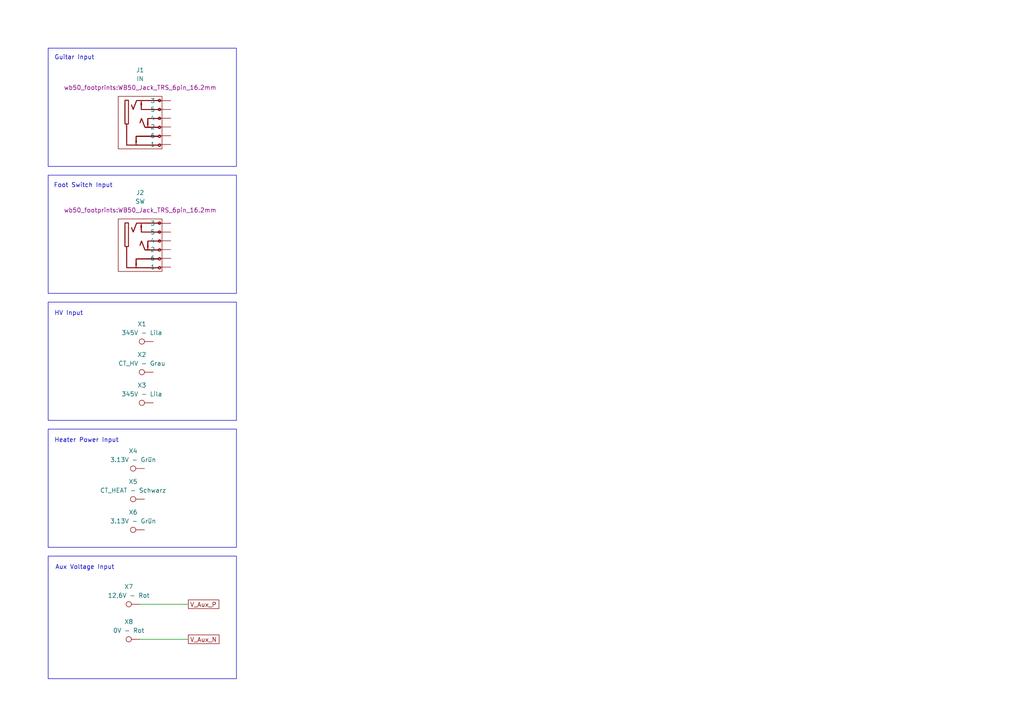
<source format=kicad_sch>
(kicad_sch
	(version 20250114)
	(generator "eeschema")
	(generator_version "9.0")
	(uuid "22222222-2222-4222-8222-222222222222")
	(paper "A4")
	(lib_symbols
		(symbol "Connector:TestPoint"
			(pin_numbers
				(hide yes)
			)
			(pin_names
				(offset 0.762)
				(hide yes)
			)
			(exclude_from_sim no)
			(in_bom yes)
			(on_board yes)
			(property "Reference" "TP"
				(at 0 6.858 0)
				(effects
					(font
						(size 1.27 1.27)
					)
				)
			)
			(property "Value" "TestPoint"
				(at 0 5.08 0)
				(effects
					(font
						(size 1.27 1.27)
					)
				)
			)
			(property "Footprint" ""
				(at 5.08 0 0)
				(effects
					(font
						(size 1.27 1.27)
					)
					(hide yes)
				)
			)
			(property "Datasheet" "~"
				(at 5.08 0 0)
				(effects
					(font
						(size 1.27 1.27)
					)
					(hide yes)
				)
			)
			(property "Description" "test point"
				(at 0 0 0)
				(effects
					(font
						(size 1.27 1.27)
					)
					(hide yes)
				)
			)
			(property "ki_keywords" "test point tp"
				(at 0 0 0)
				(effects
					(font
						(size 1.27 1.27)
					)
					(hide yes)
				)
			)
			(property "ki_fp_filters" "Pin* Test*"
				(at 0 0 0)
				(effects
					(font
						(size 1.27 1.27)
					)
					(hide yes)
				)
			)
			(symbol "TestPoint_0_1"
				(circle
					(center 0 3.302)
					(radius 0.762)
					(stroke
						(width 0)
						(type default)
					)
					(fill
						(type none)
					)
				)
			)
			(symbol "TestPoint_1_1"
				(pin passive line
					(at 0 0 90)
					(length 2.54)
					(name "1"
						(effects
							(font
								(size 1.27 1.27)
							)
						)
					)
					(number "1"
						(effects
							(font
								(size 1.27 1.27)
							)
						)
					)
				)
			)
			(embedded_fonts no)
		)
		(symbol "wb50_symbols:WB50_Jack_TRS_6pin_Switched"
			(pin_numbers
				(hide yes)
			)
			(pin_names
				(offset 1.016)
			)
			(exclude_from_sim no)
			(in_bom yes)
			(on_board yes)
			(property "Reference" "J"
				(at -0.254 12.954 0)
				(effects
					(font
						(size 1.27 1.27)
					)
				)
			)
			(property "Value" "Audio Jack TRS, 6pin (with switches)"
				(at 0.254 -14.224 0)
				(effects
					(font
						(size 1.27 1.27)
					)
				)
			)
			(property "Footprint" "wb50_footprints:WB50_Jack_TRS_6pin_16.2mm"
				(at 0 -17.272 0)
				(effects
					(font
						(size 1.27 1.27)
					)
				)
			)
			(property "Datasheet" ""
				(at 0 0 0)
				(effects
					(font
						(size 1.27 1.27)
					)
				)
			)
			(property "Description" ""
				(at 0 0 0)
				(effects
					(font
						(size 1.27 1.27)
					)
					(hide yes)
				)
			)
			(symbol "WB50_Jack_TRS_6pin_Switched_0_0"
				(polyline
					(pts
						(xy 4.445 -6.985) (xy 4.5824 -6.9221) (xy 4.6026 -6.9094) (xy 4.7245 -6.8007) (xy 4.7817 -6.6661)
						(xy 4.7831 -6.4863) (xy 4.7627 -6.3819) (xy 4.6847 -6.2364) (xy 4.5532 -6.15) (xy 4.3668 -6.1214)
						(xy 4.3127 -6.1224) (xy 4.213 -6.1384) (xy 4.1301 -6.1861) (xy 4.0312 -6.2812) (xy 3.8792 -6.4409)
						(xy 0.7426 -6.4409) (xy 0.5169 -6.4409) (xy -0.0343 -6.4406) (xy -0.5126 -6.44) (xy -0.9229 -6.4389)
						(xy -1.2702 -6.4373) (xy -1.5597 -6.4349) (xy -1.7963 -6.4319) (xy -1.985 -6.4279) (xy -2.131 -6.4231)
						(xy -2.2391 -6.4171) (xy -2.3144 -6.4101) (xy -2.362 -6.4018) (xy -2.3869 -6.3922) (xy -2.3941 -6.3811)
						(xy -2.3941 -6.3802) (xy -2.3869 -6.3169) (xy -2.3684 -6.1931) (xy -2.3411 -6.0264) (xy -2.308 -5.8341)
						(xy -2.3038 -5.8101) (xy -2.2687 -5.5949) (xy -2.2515 -5.4487) (xy -2.2515 -5.3635) (xy -2.268 -5.3314)
						(xy -2.2736 -5.3275) (xy -2.2919 -5.2736) (xy -2.3045 -5.1543) (xy -2.3119 -4.9648) (xy -2.3142 -4.7003)
						(xy -2.3142 -4.0846) (xy 0.8182 -4.0846) (xy 1.0208 -4.0846) (xy 1.5685 -4.0847) (xy 2.0434 -4.0849)
						(xy 2.4507 -4.0855) (xy 2.7956 -4.0865) (xy 3.0835 -4.0881) (xy 3.3194 -4.0904) (xy 3.5088 -4.0937)
						(xy 3.6569 -4.0979) (xy 3.7689 -4.1033) (xy 3.85 -4.1099) (xy 3.9055 -4.118) (xy 3.9407 -4.1276)
						(xy 3.9608 -4.139) (xy 3.9711 -4.1521) (xy 3.9768 -4.1672) (xy 4.0127 -4.2292) (xy 4.1148 -4.3154)
						(xy 4.2497 -4.3791) (xy 4.3892 -4.404) (xy 4.4293 -4.4018) (xy 4.5413 -4.3641) (xy 4.6588 -4.2683)
						(xy 4.7389 -4.1777) (xy 4.7832 -4.0826) (xy 4.7937 -3.9588) (xy 4.7674 -3.7936) (xy 4.679 -3.6489)
						(xy 4.5347 -3.5574) (xy 4.341 -3.5255) (xy 4.3116 -3.5274) (xy 4.1931 -3.5625) (xy 4.0779 -3.629)
						(xy 3.9905 -3.71) (xy 3.9559 -3.7886) (xy 3.9559 -3.789) (xy 3.9461 -3.7993) (xy 3.9146 -3.8083)
						(xy 3.8565 -3.8161) (xy 3.767 -3.8228) (xy 3.6413 -3.8283) (xy 3.4745 -3.8329) (xy 3.2618 -3.8366)
						(xy 2.9982 -3.8395) (xy 2.679 -3.8417) (xy 2.2994 -3.8433) (xy 1.8544 -3.8443) (xy 1.3392 -3.8448)
						(xy 0.749 -3.845) (xy 0.6328 -3.845) (xy 0.0309 -3.8454) (xy -0.4958 -3.8464) (xy -0.9512 -3.8481)
						(xy -1.3394 -3.8505) (xy -1.6643 -3.8537) (xy -1.9298 -3.8578) (xy -2.1399 -3.8628) (xy -2.2987 -3.8687)
						(xy -2.4099 -3.8757) (xy -2.4777 -3.8837) (xy -2.5059 -3.8929) (xy -2.5152 -3.9081) (xy -2.5326 -3.9865)
						(xy -2.5351 -4.0168) (xy 4.1318 -4.0168) (xy 4.1348 -3.9296) (xy 4.1419 -3.9048) (xy 4.2103 -3.7934)
						(xy 4.312 -3.7337) (xy 4.4254 -3.7329) (xy 4.5288 -3.7982) (xy 4.5802 -3.8836) (xy 4.5846 -4.0079)
						(xy 4.515 -4.1246) (xy 4.5051 -4.1342) (xy 4.417 -4.1939) (xy 4.3289 -4.1891) (xy 4.2179 -4.1193)
						(xy 4.1829 -4.0898) (xy 4.1318 -4.0168) (xy -2.5351 -4.0168) (xy -2.5446 -4.1292) (xy -2.5516 -4.3415)
						(xy -2.5538 -4.6284) (xy -2.5547 -4.8263) (xy -2.5594 -5.051) (xy -2.5683 -5.2062) (xy -2.582 -5.2977)
						(xy -2.6009 -5.3317) (xy -2.6101 -5.3446) (xy -2.6163 -5.425) (xy -2.606 -5.5717) (xy -2.5801 -5.7769)
						(xy -2.5395 -6.0326) (xy -2.4851 -6.3311) (xy -2.464 -6.4409) (xy -3.7669 -6.4409) (xy -5.0699 -6.4409)
						(xy -5.0699 -3.4675) (xy -5.0699 -0.4941) (xy -4.8203 -0.4822) (xy -4.5707 -0.4703) (xy -4.5707 3.0442)
						(xy -4.5707 6.5586) (xy -5.1467 6.5697) (xy -5.3073 6.5721) (xy -5.5058 6.5714) (xy -5.6402 6.5645)
						(xy -5.7201 6.5509) (xy -5.7551 6.5298) (xy -5.7588 6.5012) (xy -5.7636 6.3976) (xy -5.7681 6.2245)
						(xy -5.7722 5.9878) (xy -5.776 5.6932) (xy -5.7794 5.3468) (xy -5.7823 4.9544) (xy -5.7847 4.5218)
						(xy -5.7865 4.055) (xy -5.7877 3.5598) (xy -5.7881 3.0422) (xy -5.7881 2.647) (xy -5.7876 2.0554)
						(xy -5.7865 1.5374) (xy -5.7848 1.0893) (xy -5.7823 0.7071) (xy -5.7791 0.3872) (xy -5.775 0.1256)
						(xy -5.7701 -0.0816) (xy -5.7643 -0.2381) (xy -5.7613 -0.2866) (xy -5.5491 -0.2866) (xy -5.5491 3.0461)
						(xy -5.5491 6.3789) (xy -5.1498 6.3789) (xy -4.7504 6.3789) (xy -4.7504 3.0457) (xy -4.7504 -0.2876)
						(xy -5.1498 -0.2871) (xy -5.5491 -0.2866) (xy -5.7613 -0.2866) (xy -5.7575 -0.3478) (xy -5.7497 -0.4146)
						(xy -5.7408 -0.4424) (xy -5.7089 -0.4598) (xy -5.6104 -0.4817) (xy -5.4815 -0.4903) (xy -5.2701 -0.4903)
						(xy -5.2598 -3.5554) (xy -5.25 -6.498) (xy 4.1274 -6.498) (xy 4.1955 -6.401) (xy 4.3025 -6.3359)
						(xy 4.4259 -6.3282) (xy 4.5321 -6.3839) (xy 4.5588 -6.4201) (xy 4.5905 -6.5242) (xy 4.5864 -6.6336)
						(xy 4.545 -6.7107) (xy 4.4488 -6.7682) (xy 4.3291 -6.776) (xy 4.2162 -6.7048) (xy 4.2094 -6.6979)
						(xy 4.1317 -6.5918) (xy 4.1274 -6.498) (xy -5.25 -6.498) (xy -5.2496 -6.6206) (xy -0.6677 -6.6308)
						(xy 3.9141 -6.6409) (xy 3.9775 -6.7636) (xy 4.0589 -6.8657) (xy 4.1682 -6.9416) (xy 4.3147 -6.9895)
						(xy 4.445 -6.985)
					)
					(stroke
						(width 0.01)
						(type default)
					)
					(fill
						(type outline)
					)
				)
				(polyline
					(pts
						(xy 4.5079 -1.7797) (xy 4.6588 -1.6724) (xy 4.7661 -1.5175) (xy 4.798 -1.3434) (xy 4.7512 -1.1577)
						(xy 4.6935 -1.0694) (xy 4.5677 -0.9774) (xy 4.4146 -0.9365) (xy 4.2555 -0.9476) (xy 4.1116 -1.0113)
						(xy 4.0042 -1.1287) (xy 3.9359 -1.2486) (xy 2.4683 -1.2488) (xy 2.1269 -1.2483) (xy 1.7677 -1.2462)
						(xy 1.4819 -1.2421) (xy 1.2659 -1.2361) (xy 1.1161 -1.228) (xy 1.0288 -1.2177) (xy 1.0006 -1.2051)
						(xy 1.0007 -1.2026) (xy 1.0084 -1.1404) (xy 1.0269 -1.0178) (xy 1.0535 -0.8514) (xy 1.0856 -0.6577)
						(xy 1.0871 -0.6488) (xy 1.1227 -0.4218) (xy 1.1406 -0.2657) (xy 1.1414 -0.1737) (xy 1.1256 -0.1392)
						(xy 1.1232 -0.1381) (xy 1.1042 -0.0894) (xy 1.0908 0.0297) (xy 1.083 0.2223) (xy 1.0804 0.4915)
						(xy 1.0804 1.1072) (xy 2.5155 1.1072) (xy 2.5468 1.1072) (xy 2.9173 1.107) (xy 3.2164 1.1063)
						(xy 3.4519 1.1045) (xy 3.6316 1.1013) (xy 3.7632 1.0963) (xy 3.8547 1.0889) (xy 3.9139 1.0789)
						(xy 3.9485 1.0657) (xy 3.9665 1.049) (xy 3.9755 1.0284) (xy 3.9862 1.0016) (xy 4.0716 0.8962)
						(xy 4.1992 0.8182) (xy 4.3388 0.7877) (xy 4.5294 0.8183) (xy 4.6739 0.9097) (xy 4.7637 1.0576)
						(xy 4.7946 1.2575) (xy 4.7934 1.2895) (xy 4.7484 1.4405) (xy 4.6513 1.5536) (xy 4.5188 1.6251)
						(xy 4.3681 1.6517) (xy 4.216 1.6298) (xy 4.0796 1.5559) (xy 3.9758 1.4265) (xy 3.9144 1.3078)
						(xy 2.3876 1.2974) (xy 0.8608 1.2869) (xy 0.8589 1.1673) (xy 4.1265 1.1673) (xy 4.133 1.2618)
						(xy 4.2137 1.3686) (xy 4.2166 1.3715) (xy 4.3147 1.4484) (xy 4.4024 1.4583) (xy 4.5061 1.4045)
						(xy 4.5345 1.3801) (xy 4.5881 1.2758) (xy 4.5844 1.1562) (xy 4.5219 1.0535) (xy 4.4364 1.0021)
						(xy 4.3122 0.9977) (xy 4.1955 1.0673) (xy 4.1931 1.0697) (xy 4.1265 1.1673) (xy 0.8589 1.1673)
						(xy 0.8498 0.5898) (xy 0.8473 0.4608) (xy 0.8391 0.2212) (xy 0.8277 0.0369) (xy 0.8136 -0.0839)
						(xy 0.7975 -0.1329) (xy 0.7872 -0.1537) (xy 0.7848 -0.2483) (xy 0.8019 -0.4183) (xy 0.8384 -0.6647)
						(xy 0.8426 -0.6904) (xy 0.8731 -0.8817) (xy 0.8979 -1.0432) (xy 0.9146 -1.1586) (xy 0.9207 -1.2115)
						(xy 0.9187 -1.2166) (xy 0.8636 -1.234) (xy 0.7391 -1.2422) (xy 0.5534 -1.2406) (xy 0.1862 -1.2291)
						(xy -0.2954 0.0284) (xy -0.3814 0.2522) (xy -0.5059 0.572) (xy -0.6079 0.8259) (xy -0.6905 1.0195)
						(xy -0.7569 1.1585) (xy -0.81 1.2486) (xy -0.8531 1.2955) (xy -0.8892 1.3048) (xy -0.9214 1.2823)
						(xy -0.9529 1.2335) (xy -0.9586 1.2224) (xy -1.0054 1.118) (xy -1.0655 0.9673) (xy -1.1336 0.7852)
						(xy -1.2045 0.587) (xy -1.2731 0.3877) (xy -1.334 0.2026) (xy -1.382 0.0467) (xy -1.4121 -0.0649)
						(xy -1.4188 -0.117) (xy -1.3967 -0.1461) (xy -1.3269 -0.1634) (xy -1.2919 -0.1369) (xy -1.2353 -0.0453)
						(xy -1.1617 0.1152) (xy -1.0692 0.3488) (xy -1.0536 0.3901) (xy -0.9845 0.5728) (xy -0.9265 0.7256)
						(xy -0.8855 0.8338) (xy -0.867 0.8821) (xy -0.8507 0.8605) (xy -0.8108 0.7751) (xy -0.7523 0.6364)
						(xy -0.6797 0.4554) (xy -0.5977 0.2431) (xy -0.5475 0.111) (xy -0.4421 -0.1666) (xy -0.3347 -0.4495)
						(xy -0.2353 -0.711) (xy -0.1542 -0.9246) (xy -0.1408 -0.9598) (xy -0.0673 -1.1427) (xy -0.0001 -1.296)
						(xy 0.0454 -1.3874) (xy 4.1279 -1.3874) (xy 4.129 -1.2995) (xy 4.1955 -1.2091) (xy 4.265 -1.1556)
						(xy 4.3792 -1.1347) (xy 4.5061 -1.1914) (xy 4.5201 -1.2021) (xy 4.5844 -1.2999) (xy 4.5829 -1.4168)
						(xy 4.515 -1.5286) (xy 4.4084 -1.5978) (xy 4.3012 -1.5903) (xy 4.1984 -1.5033) (xy 4.1926 -1.4959)
						(xy 4.1279 -1.3874) (xy 0.0454 -1.3874) (xy 0.0539 -1.4045) (xy 0.0877 -1.4531) (xy 0.1373 -1.46)
						(xy 0.2587 -1.4665) (xy 0.444 -1.4724) (xy 0.6851 -1.4776) (xy 0.9739 -1.4819) (xy 1.3023 -1.4851)
						(xy 1.6625 -1.4873) (xy 2.0462 -1.4881) (xy 2.4325 -1.4883) (xy 2.8073 -1.4887) (xy 3.115 -1.4897)
						(xy 3.3622 -1.4915) (xy 3.5558 -1.4945) (xy 3.7025 -1.4988) (xy 3.809 -1.5049) (xy 3.8822 -1.513)
						(xy 3.9288 -1.5234) (xy 3.9556 -1.5364) (xy 3.9693 -1.5523) (xy 3.9768 -1.5713) (xy 3.9799 -1.5798)
						(xy 4.0374 -1.6575) (xy 4.1292 -1.7309) (xy 4.176 -1.7571) (xy 4.3476 -1.8079) (xy 4.5079 -1.7797)
					)
					(stroke
						(width 0.01)
						(type default)
					)
					(fill
						(type outline)
					)
				)
				(polyline
					(pts
						(xy 4.5971 3.4247) (xy 4.6149 3.4356) (xy 4.7053 3.5351) (xy 4.7699 3.6791) (xy 4.7946 3.8379)
						(xy 4.7864 3.9109) (xy 4.7198 4.0607) (xy 4.6031 4.1801) (xy 4.4566 4.2446) (xy 4.3861 4.2504)
						(xy 4.2225 4.2184) (xy 4.0746 4.1358) (xy 3.9731 4.0172) (xy 3.9139 3.9028) (xy 1.5387 3.9028)
						(xy -0.8365 3.9028) (xy -0.8365 4.5418) (xy -0.8358 4.7693) (xy -0.8326 4.9468) (xy -0.8259 5.0657)
						(xy -0.8146 5.137) (xy -0.7976 5.1717) (xy -0.7739 5.1808) (xy -0.7382 5.1917) (xy -0.7322 5.2507)
						(xy -0.7391 5.2785) (xy -0.7595 5.3801) (xy -0.7864 5.5277) (xy -0.8158 5.7) (xy -0.8304 5.7876)
						(xy -0.8596 5.9599) (xy -0.8844 6.1019) (xy -0.9006 6.1892) (xy -0.9228 6.299) (xy 1.4891 6.299)
						(xy 3.901 6.299) (xy 3.9922 6.1756) (xy 4.02 6.1407) (xy 4.1652 6.0206) (xy 4.3305 5.9648) (xy 4.4979 5.9805)
						(xy 4.4993 5.9809) (xy 4.6181 6.0427) (xy 4.7141 6.1276) (xy 4.755 6.1988) (xy 4.7913 6.3538)
						(xy 4.7832 6.5178) (xy 4.7295 6.6538) (xy 4.7165 6.6709) (xy 4.5931 6.7705) (xy 4.4351 6.8292)
						(xy 4.2785 6.8328) (xy 4.178 6.7934) (xy 4.071 6.7189) (xy 3.9888 6.6318) (xy 3.9559 6.5534) (xy 3.9525 6.5475)
						(xy 3.9281 6.5381) (xy 3.876 6.5298) (xy 3.7916 6.5225) (xy 3.67 6.5163) (xy 3.5066 6.5109) (xy 3.2966 6.5062)
						(xy 3.0352 6.5022) (xy 2.7177 6.4988) (xy 2.3393 6.4959) (xy 1.8953 6.4933) (xy 1.3809 6.4911)
						(xy 0.7914 6.489) (xy -2.373 6.4788) (xy -2.3995 6.4099) (xy 4.1229 6.4099) (xy 4.1592 6.4933)
						(xy 4.2013 6.5463) (xy 4.3079 6.6045) (xy 4.4278 6.6102) (xy 4.53 6.5579) (xy 4.5822 6.4687) (xy 4.5873 6.3474)
						(xy 4.5321 6.242) (xy 4.5005 6.216) (xy 4.3844 6.1784) (xy 4.2636 6.2021) (xy 4.1689 6.2837) (xy 4.1345 6.3418)
						(xy 4.1229 6.4099) (xy -2.3995 6.4099) (xy -2.8129 5.3335) (xy -2.8602 5.2105) (xy -2.9669 4.9346)
						(xy -3.0635 4.6871) (xy -3.1463 4.4773) (xy -3.2117 4.3143) (xy -3.2559 4.2075) (xy -3.2753 4.166)
						(xy -3.2771 4.1656) (xy -3.302 4.2035) (xy -3.3465 4.3013) (xy -3.4049 4.4457) (xy -3.4714 4.6235)
						(xy -3.4769 4.6386) (xy -3.5468 4.8256) (xy -3.6113 4.9882) (xy -3.6634 5.1093) (xy -3.696 5.172)
						(xy -3.7162 5.1976) (xy -3.7569 5.2191) (xy -3.8114 5.1774) (xy -3.8257 5.1609) (xy -3.8394 5.127)
						(xy -3.8384 5.0748) (xy -3.8199 4.9932) (xy -3.7812 4.8707) (xy -3.7193 4.6963) (xy -3.6315 4.4586)
						(xy -3.5645 4.2821) (xy -3.4849 4.082) (xy -3.4151 3.9165) (xy -3.3607 3.799) (xy -3.3276 3.7431)
						(xy -3.311 3.727) (xy -3.2646 3.7048) (xy -3.2192 3.7485) (xy -3.2053 3.7751) (xy -3.1632 3.8714)
						(xy -3.0991 4.027) (xy -3.0167 4.2326) (xy -2.9196 4.4789) (xy -2.8117 4.7566) (xy -2.6966 5.0565)
						(xy -2.2226 6.299) (xy -1.5887 6.299) (xy -0.9548 6.299) (xy -0.9753 6.2092) (xy -0.9769 6.2021)
						(xy -0.992 6.1249) (xy -1.0157 5.9967) (xy -1.0449 5.8361) (xy -1.0761 5.6615) (xy -1.1061 5.4915)
						(xy -1.1317 5.3445) (xy -1.1494 5.2391) (xy -1.156 5.1938) (xy -1.1497 5.188) (xy -1.097 5.1808)
						(xy -1.0948 5.1807) (xy -1.0739 5.1673) (xy -1.0581 5.124) (xy -1.0465 5.0408) (xy -1.0381 4.9078)
						(xy -1.032 4.7148) (xy -1.0271 4.4519) (xy -1.0169 3.7657) (xy 4.1257 3.7657) (xy 4.1342 3.8597)
						(xy 4.2162 3.967) (xy 4.2246 3.9753) (xy 4.3176 4.0401) (xy 4.4059 4.041) (xy 4.4131 4.0388) (xy 4.5252 3.97)
						(xy 4.5852 3.8671) (xy 4.5863 3.7526) (xy 4.5219 3.6494) (xy 4.4364 3.598) (xy 4.3122 3.5936)
						(xy 4.1955 3.6632) (xy 4.1896 3.6692) (xy 4.1257 3.7657) (xy -1.0169 3.7657) (xy -1.0163 3.7231)
						(xy 1.4672 3.7128) (xy 1.6572 3.712) (xy 2.1368 3.7099) (xy 2.5446 3.7078) (xy 2.8864 3.7054)
						(xy 3.1681 3.7027) (xy 3.3957 3.6993) (xy 3.575 3.695) (xy 3.7121 3.6897) (xy 3.8126 3.6831) (xy 3.8827 3.6751)
						(xy 3.9281 3.6654) (xy 3.9548 3.6537) (xy 3.9687 3.64) (xy 3.9756 3.624) (xy 4.0228 3.5456) (xy 4.1034 3.4645)
						(xy 4.1507 3.4351) (xy 4.297 3.3911) (xy 4.459 3.3866) (xy 4.5971 3.4247)
					)
					(stroke
						(width 0.01)
						(type default)
					)
					(fill
						(type outline)
					)
				)
			)
			(symbol "WB50_Jack_TRS_6pin_Switched_0_1"
				(rectangle
					(start -7.62 7.62)
					(end 5.08 -7.62)
					(stroke
						(width 0)
						(type default)
					)
					(fill
						(type none)
					)
				)
			)
			(symbol "WB50_Jack_TRS_6pin_Switched_1_1"
				(pin passive line
					(at 7.62 6.35 180)
					(length 3.5)
					(name "3"
						(effects
							(font
								(size 1.27 1.27)
							)
						)
					)
					(number "3"
						(effects
							(font
								(size 1.27 1.27)
							)
						)
					)
				)
				(pin passive line
					(at 7.62 3.81 180)
					(length 3.5)
					(name "5"
						(effects
							(font
								(size 1.27 1.27)
							)
						)
					)
					(number "5"
						(effects
							(font
								(size 1.27 1.27)
							)
						)
					)
				)
				(pin passive line
					(at 7.62 1.27 180)
					(length 3.5)
					(name "4"
						(effects
							(font
								(size 1.27 1.27)
							)
						)
					)
					(number "4"
						(effects
							(font
								(size 1.27 1.27)
							)
						)
					)
				)
				(pin passive line
					(at 7.62 -1.27 180)
					(length 3.5)
					(name "2"
						(effects
							(font
								(size 1.27 1.27)
							)
						)
					)
					(number "2"
						(effects
							(font
								(size 1.27 1.27)
							)
						)
					)
				)
				(pin passive line
					(at 7.62 -3.81 180)
					(length 3.5)
					(name "6"
						(effects
							(font
								(size 1.27 1.27)
							)
						)
					)
					(number "6"
						(effects
							(font
								(size 1.27 1.27)
							)
						)
					)
				)
				(pin passive line
					(at 7.62 -6.35 180)
					(length 3.5)
					(name "1"
						(effects
							(font
								(size 1.27 1.27)
							)
						)
					)
					(number "1"
						(effects
							(font
								(size 1.27 1.27)
							)
						)
					)
				)
			)
			(embedded_fonts no)
		)
	)
	(rectangle
		(start 13.97 124.46)
		(end 68.58 158.75)
		(stroke
			(width 0)
			(type default)
		)
		(fill
			(type none)
		)
		(uuid 3134de58-fb53-47bb-9388-60c27bc569ff)
	)
	(rectangle
		(start 13.97 50.8)
		(end 68.58 85.09)
		(stroke
			(width 0)
			(type default)
		)
		(fill
			(type none)
		)
		(uuid 351460e5-d557-4d35-a130-6a4310164ed1)
	)
	(rectangle
		(start 13.97 161.29)
		(end 68.58 196.85)
		(stroke
			(width 0)
			(type default)
		)
		(fill
			(type none)
		)
		(uuid 56999c54-ce58-4342-b49b-9780f4d1ea3d)
	)
	(rectangle
		(start 13.97 13.97)
		(end 68.58 48.26)
		(stroke
			(width 0)
			(type default)
		)
		(fill
			(type none)
		)
		(uuid c21fc9d0-83cf-4e05-a12e-21943b5de26f)
	)
	(rectangle
		(start 13.97 87.63)
		(end 68.58 121.92)
		(stroke
			(width 0)
			(type default)
		)
		(fill
			(type none)
		)
		(uuid c58a7857-5100-4c80-b390-f24bc4dda23f)
	)
	(text "HV Input"
		(exclude_from_sim no)
		(at 15.748 90.932 0)
		(effects
			(font
				(size 1.27 1.27)
			)
			(justify left)
		)
		(uuid "1f8b5669-b420-4424-96fd-a0d066e6f32a")
	)
	(text "Foot Switch Input"
		(exclude_from_sim no)
		(at 24.13 53.848 0)
		(effects
			(font
				(size 1.27 1.27)
			)
		)
		(uuid "2cd6a36c-d0d8-4ed0-9bf9-ec6e390bb873")
	)
	(text "Aux Voltage Input"
		(exclude_from_sim no)
		(at 16.002 164.592 0)
		(effects
			(font
				(size 1.27 1.27)
			)
			(justify left)
		)
		(uuid "718c6d08-957e-44a6-8e7e-6c6c7d7727ef")
	)
	(text "Guitar Input"
		(exclude_from_sim no)
		(at 21.59 16.764 0)
		(effects
			(font
				(size 1.27 1.27)
			)
		)
		(uuid "b18aa8ce-9049-4925-9acf-1e19e00c4319")
	)
	(text "Heater Power Input"
		(exclude_from_sim no)
		(at 15.748 127.762 0)
		(effects
			(font
				(size 1.27 1.27)
			)
			(justify left)
		)
		(uuid "be947dc4-853a-4695-a1d4-80bf016dfcb9")
	)
	(wire
		(pts
			(xy 40.64 185.42) (xy 54.61 185.42)
		)
		(stroke
			(width 0)
			(type default)
		)
		(uuid "3035aef0-c08a-45ef-945b-e03d5ff3cee3")
	)
	(wire
		(pts
			(xy 40.64 175.26) (xy 54.61 175.26)
		)
		(stroke
			(width 0)
			(type default)
		)
		(uuid "eb9b5885-5ab7-41fc-a6a2-acc35de017eb")
	)
	(global_label "V_Aux_N"
		(shape passive)
		(at 54.61 185.42 0)
		(fields_autoplaced yes)
		(effects
			(font
				(size 1.27 1.27)
			)
			(justify left)
		)
		(uuid "24684f65-8b94-4cdb-b205-b84bfc091842")
		(property "Intersheetrefs" "${INTERSHEET_REFS}"
			(at 64.1039 185.42 0)
			(effects
				(font
					(size 1.27 1.27)
				)
				(justify left)
				(hide yes)
			)
		)
	)
	(global_label "V_Aux_P"
		(shape passive)
		(at 54.61 175.26 0)
		(fields_autoplaced yes)
		(effects
			(font
				(size 1.27 1.27)
			)
			(justify left)
		)
		(uuid "508adc78-4280-4595-b182-79a629e62948")
		(property "Intersheetrefs" "${INTERSHEET_REFS}"
			(at 64.0434 175.26 0)
			(effects
				(font
					(size 1.27 1.27)
				)
				(justify left)
				(hide yes)
			)
		)
	)
	(symbol
		(lib_id "Connector:TestPoint")
		(at 41.91 153.67 90)
		(unit 1)
		(exclude_from_sim no)
		(in_bom yes)
		(on_board yes)
		(dnp no)
		(fields_autoplaced yes)
		(uuid "1aa6bcaa-4be3-4f3b-9beb-e0c65c101060")
		(property "Reference" "X6"
			(at 38.608 148.59 90)
			(effects
				(font
					(size 1.27 1.27)
				)
			)
		)
		(property "Value" "3.13V - Grün"
			(at 38.608 151.13 90)
			(effects
				(font
					(size 1.27 1.27)
				)
			)
		)
		(property "Footprint" "TestPoint:TestPoint_THTPad_D3.0mm_Drill1.5mm"
			(at 41.91 148.59 0)
			(effects
				(font
					(size 1.27 1.27)
				)
				(hide yes)
			)
		)
		(property "Datasheet" "~"
			(at 41.91 148.59 0)
			(effects
				(font
					(size 1.27 1.27)
				)
				(hide yes)
			)
		)
		(property "Description" "test point"
			(at 41.91 153.67 0)
			(effects
				(font
					(size 1.27 1.27)
				)
				(hide yes)
			)
		)
		(pin "1"
			(uuid "d9246434-1b29-49ab-9d81-abfd89608024")
		)
		(instances
			(project "wb50"
				(path "/6805e3ef-87bd-473d-890f-05ae2da73c1a/71fb01be-e2af-43a2-ab1d-1ec35077c210"
					(reference "X6")
					(unit 1)
				)
			)
		)
	)
	(symbol
		(lib_id "Connector:TestPoint")
		(at 40.64 175.26 90)
		(unit 1)
		(exclude_from_sim no)
		(in_bom yes)
		(on_board yes)
		(dnp no)
		(fields_autoplaced yes)
		(uuid "40dbd86e-78c7-4109-9b82-00e4254380b6")
		(property "Reference" "X7"
			(at 37.338 170.18 90)
			(effects
				(font
					(size 1.27 1.27)
				)
			)
		)
		(property "Value" "12,6V - Rot"
			(at 37.338 172.72 90)
			(effects
				(font
					(size 1.27 1.27)
				)
			)
		)
		(property "Footprint" "TestPoint:TestPoint_THTPad_D3.0mm_Drill1.5mm"
			(at 40.64 170.18 0)
			(effects
				(font
					(size 1.27 1.27)
				)
				(hide yes)
			)
		)
		(property "Datasheet" "~"
			(at 40.64 170.18 0)
			(effects
				(font
					(size 1.27 1.27)
				)
				(hide yes)
			)
		)
		(property "Description" "test point"
			(at 40.64 175.26 0)
			(effects
				(font
					(size 1.27 1.27)
				)
				(hide yes)
			)
		)
		(pin "1"
			(uuid "d57636d8-0356-40a1-b482-a263889c710b")
		)
		(instances
			(project "wb50"
				(path "/6805e3ef-87bd-473d-890f-05ae2da73c1a/71fb01be-e2af-43a2-ab1d-1ec35077c210"
					(reference "X7")
					(unit 1)
				)
			)
		)
	)
	(symbol
		(lib_id "Connector:TestPoint")
		(at 41.91 135.89 90)
		(unit 1)
		(exclude_from_sim no)
		(in_bom yes)
		(on_board yes)
		(dnp no)
		(fields_autoplaced yes)
		(uuid "5fdf9c33-3dee-40d1-9119-cfa026894812")
		(property "Reference" "X4"
			(at 38.608 130.81 90)
			(effects
				(font
					(size 1.27 1.27)
				)
			)
		)
		(property "Value" "3.13V - Grün"
			(at 38.608 133.35 90)
			(effects
				(font
					(size 1.27 1.27)
				)
			)
		)
		(property "Footprint" "TestPoint:TestPoint_THTPad_D3.0mm_Drill1.5mm"
			(at 41.91 130.81 0)
			(effects
				(font
					(size 1.27 1.27)
				)
				(hide yes)
			)
		)
		(property "Datasheet" "~"
			(at 41.91 130.81 0)
			(effects
				(font
					(size 1.27 1.27)
				)
				(hide yes)
			)
		)
		(property "Description" "test point"
			(at 41.91 135.89 0)
			(effects
				(font
					(size 1.27 1.27)
				)
				(hide yes)
			)
		)
		(pin "1"
			(uuid "7162409b-6d8a-45c2-bf58-5de81d8f7785")
		)
		(instances
			(project "wb50"
				(path "/6805e3ef-87bd-473d-890f-05ae2da73c1a/71fb01be-e2af-43a2-ab1d-1ec35077c210"
					(reference "X4")
					(unit 1)
				)
			)
		)
	)
	(symbol
		(lib_id "Connector:TestPoint")
		(at 44.45 99.06 90)
		(unit 1)
		(exclude_from_sim no)
		(in_bom yes)
		(on_board yes)
		(dnp no)
		(fields_autoplaced yes)
		(uuid "68c7b8d0-a676-46d1-9080-373d66d51730")
		(property "Reference" "X1"
			(at 41.148 93.98 90)
			(effects
				(font
					(size 1.27 1.27)
				)
			)
		)
		(property "Value" "345V - Lila"
			(at 41.148 96.52 90)
			(effects
				(font
					(size 1.27 1.27)
				)
			)
		)
		(property "Footprint" "TestPoint:TestPoint_THTPad_D3.0mm_Drill1.5mm"
			(at 44.45 93.98 0)
			(effects
				(font
					(size 1.27 1.27)
				)
				(hide yes)
			)
		)
		(property "Datasheet" "~"
			(at 44.45 93.98 0)
			(effects
				(font
					(size 1.27 1.27)
				)
				(hide yes)
			)
		)
		(property "Description" "test point"
			(at 44.45 99.06 0)
			(effects
				(font
					(size 1.27 1.27)
				)
				(hide yes)
			)
		)
		(pin "1"
			(uuid "836352f7-6290-4f60-8b86-0507a1331581")
		)
		(instances
			(project ""
				(path "/6805e3ef-87bd-473d-890f-05ae2da73c1a/71fb01be-e2af-43a2-ab1d-1ec35077c210"
					(reference "X1")
					(unit 1)
				)
			)
		)
	)
	(symbol
		(lib_id "Connector:TestPoint")
		(at 40.64 185.42 90)
		(unit 1)
		(exclude_from_sim no)
		(in_bom yes)
		(on_board yes)
		(dnp no)
		(fields_autoplaced yes)
		(uuid "7ab2aa81-3756-4fea-a604-25153c3bd90c")
		(property "Reference" "X8"
			(at 37.338 180.34 90)
			(effects
				(font
					(size 1.27 1.27)
				)
			)
		)
		(property "Value" "0V - Rot"
			(at 37.338 182.88 90)
			(effects
				(font
					(size 1.27 1.27)
				)
			)
		)
		(property "Footprint" "TestPoint:TestPoint_THTPad_D3.0mm_Drill1.5mm"
			(at 40.64 180.34 0)
			(effects
				(font
					(size 1.27 1.27)
				)
				(hide yes)
			)
		)
		(property "Datasheet" "~"
			(at 40.64 180.34 0)
			(effects
				(font
					(size 1.27 1.27)
				)
				(hide yes)
			)
		)
		(property "Description" "test point"
			(at 40.64 185.42 0)
			(effects
				(font
					(size 1.27 1.27)
				)
				(hide yes)
			)
		)
		(pin "1"
			(uuid "0d1d236c-76a9-4162-86fb-566a505089d9")
		)
		(instances
			(project "wb50"
				(path "/6805e3ef-87bd-473d-890f-05ae2da73c1a/71fb01be-e2af-43a2-ab1d-1ec35077c210"
					(reference "X8")
					(unit 1)
				)
			)
		)
	)
	(symbol
		(lib_id "wb50_symbols:WB50_Jack_TRS_6pin_Switched")
		(at 41.91 35.56 0)
		(unit 1)
		(exclude_from_sim no)
		(in_bom yes)
		(on_board yes)
		(dnp no)
		(fields_autoplaced yes)
		(uuid "7b575738-59da-4b55-9dfe-ced894fe13e2")
		(property "Reference" "J1"
			(at 40.64 20.32 0)
			(effects
				(font
					(size 1.27 1.27)
				)
			)
		)
		(property "Value" "IN"
			(at 40.64 22.86 0)
			(effects
				(font
					(size 1.27 1.27)
				)
			)
		)
		(property "Footprint" "wb50_footprints:WB50_Jack_TRS_6pin_16.2mm"
			(at 40.64 25.4 0)
			(effects
				(font
					(size 1.27 1.27)
				)
			)
		)
		(property "Datasheet" ""
			(at 41.91 35.56 0)
			(effects
				(font
					(size 1.27 1.27)
				)
			)
		)
		(property "Description" ""
			(at 41.91 35.56 0)
			(effects
				(font
					(size 1.27 1.27)
				)
				(hide yes)
			)
		)
		(pin "4"
			(uuid "2d152320-0b47-412e-9693-a67eb49d9fe6")
		)
		(pin "1"
			(uuid "5b074cb2-3ece-4d81-8c22-d9e42c060c47")
		)
		(pin "5"
			(uuid "ff633c0d-fc64-4c59-9541-a0ad29fdfab2")
		)
		(pin "3"
			(uuid "873de4cf-b663-4c6a-aadf-63fd792b3a31")
		)
		(pin "2"
			(uuid "9995fc97-6161-40a5-976c-8cf0fa91672c")
		)
		(pin "6"
			(uuid "abefd727-8af1-4d51-82f2-68671ec95976")
		)
		(instances
			(project ""
				(path "/6805e3ef-87bd-473d-890f-05ae2da73c1a/71fb01be-e2af-43a2-ab1d-1ec35077c210"
					(reference "J1")
					(unit 1)
				)
			)
		)
	)
	(symbol
		(lib_id "Connector:TestPoint")
		(at 44.45 107.95 90)
		(unit 1)
		(exclude_from_sim no)
		(in_bom yes)
		(on_board yes)
		(dnp no)
		(fields_autoplaced yes)
		(uuid "7c68ce54-b764-422c-bc6f-091b2e51741b")
		(property "Reference" "X2"
			(at 41.148 102.87 90)
			(effects
				(font
					(size 1.27 1.27)
				)
			)
		)
		(property "Value" "CT_HV - Grau"
			(at 41.148 105.41 90)
			(effects
				(font
					(size 1.27 1.27)
				)
			)
		)
		(property "Footprint" "TestPoint:TestPoint_THTPad_D3.0mm_Drill1.5mm"
			(at 44.45 102.87 0)
			(effects
				(font
					(size 1.27 1.27)
				)
				(hide yes)
			)
		)
		(property "Datasheet" "~"
			(at 44.45 102.87 0)
			(effects
				(font
					(size 1.27 1.27)
				)
				(hide yes)
			)
		)
		(property "Description" "test point"
			(at 44.45 107.95 0)
			(effects
				(font
					(size 1.27 1.27)
				)
				(hide yes)
			)
		)
		(pin "1"
			(uuid "0ed5f2ba-534b-4d17-a576-f98e4d19637e")
		)
		(instances
			(project "wb50"
				(path "/6805e3ef-87bd-473d-890f-05ae2da73c1a/71fb01be-e2af-43a2-ab1d-1ec35077c210"
					(reference "X2")
					(unit 1)
				)
			)
		)
	)
	(symbol
		(lib_id "wb50_symbols:WB50_Jack_TRS_6pin_Switched")
		(at 41.91 71.12 0)
		(unit 1)
		(exclude_from_sim no)
		(in_bom yes)
		(on_board yes)
		(dnp no)
		(fields_autoplaced yes)
		(uuid "97cc8549-4188-4a1b-a664-26ea6e557cd3")
		(property "Reference" "J2"
			(at 40.64 55.88 0)
			(effects
				(font
					(size 1.27 1.27)
				)
			)
		)
		(property "Value" "SW"
			(at 40.64 58.42 0)
			(effects
				(font
					(size 1.27 1.27)
				)
			)
		)
		(property "Footprint" "wb50_footprints:WB50_Jack_TRS_6pin_16.2mm"
			(at 40.64 60.96 0)
			(effects
				(font
					(size 1.27 1.27)
				)
			)
		)
		(property "Datasheet" ""
			(at 41.91 71.12 0)
			(effects
				(font
					(size 1.27 1.27)
				)
			)
		)
		(property "Description" ""
			(at 41.91 71.12 0)
			(effects
				(font
					(size 1.27 1.27)
				)
				(hide yes)
			)
		)
		(pin "2"
			(uuid "8e4a92a0-464d-4bb4-8f0e-7992563760f1")
		)
		(pin "3"
			(uuid "06d05587-c28d-4b5d-a513-876a6ae230a4")
		)
		(pin "5"
			(uuid "86fcd8db-3633-49aa-a3ba-68dfe2e6835a")
		)
		(pin "4"
			(uuid "60034cd3-b9a0-4a60-9af2-e414d1118faa")
		)
		(pin "6"
			(uuid "0acfd069-3258-4a50-98b3-bab49728aedc")
		)
		(pin "1"
			(uuid "59440e1f-ae7b-4e3c-93a6-f93231a217e9")
		)
		(instances
			(project ""
				(path "/6805e3ef-87bd-473d-890f-05ae2da73c1a/71fb01be-e2af-43a2-ab1d-1ec35077c210"
					(reference "J2")
					(unit 1)
				)
			)
		)
	)
	(symbol
		(lib_id "Connector:TestPoint")
		(at 44.45 116.84 90)
		(unit 1)
		(exclude_from_sim no)
		(in_bom yes)
		(on_board yes)
		(dnp no)
		(fields_autoplaced yes)
		(uuid "abd6b489-1df4-44f1-b154-bdf7edee4187")
		(property "Reference" "X3"
			(at 41.148 111.76 90)
			(effects
				(font
					(size 1.27 1.27)
				)
			)
		)
		(property "Value" "345V - Lila"
			(at 41.148 114.3 90)
			(effects
				(font
					(size 1.27 1.27)
				)
			)
		)
		(property "Footprint" "TestPoint:TestPoint_THTPad_D3.0mm_Drill1.5mm"
			(at 44.45 111.76 0)
			(effects
				(font
					(size 1.27 1.27)
				)
				(hide yes)
			)
		)
		(property "Datasheet" "~"
			(at 44.45 111.76 0)
			(effects
				(font
					(size 1.27 1.27)
				)
				(hide yes)
			)
		)
		(property "Description" "test point"
			(at 44.45 116.84 0)
			(effects
				(font
					(size 1.27 1.27)
				)
				(hide yes)
			)
		)
		(pin "1"
			(uuid "383aec42-a2a0-4ef7-abe6-1d5e72964034")
		)
		(instances
			(project "wb50"
				(path "/6805e3ef-87bd-473d-890f-05ae2da73c1a/71fb01be-e2af-43a2-ab1d-1ec35077c210"
					(reference "X3")
					(unit 1)
				)
			)
		)
	)
	(symbol
		(lib_id "Connector:TestPoint")
		(at 41.91 144.78 90)
		(unit 1)
		(exclude_from_sim no)
		(in_bom yes)
		(on_board yes)
		(dnp no)
		(fields_autoplaced yes)
		(uuid "b84703d2-963a-4c99-8516-6383e3f71bc1")
		(property "Reference" "X5"
			(at 38.608 139.7 90)
			(effects
				(font
					(size 1.27 1.27)
				)
			)
		)
		(property "Value" "CT_HEAT - Schwarz"
			(at 38.608 142.24 90)
			(effects
				(font
					(size 1.27 1.27)
				)
			)
		)
		(property "Footprint" "TestPoint:TestPoint_THTPad_D3.0mm_Drill1.5mm"
			(at 41.91 139.7 0)
			(effects
				(font
					(size 1.27 1.27)
				)
				(hide yes)
			)
		)
		(property "Datasheet" "~"
			(at 41.91 139.7 0)
			(effects
				(font
					(size 1.27 1.27)
				)
				(hide yes)
			)
		)
		(property "Description" "test point"
			(at 41.91 144.78 0)
			(effects
				(font
					(size 1.27 1.27)
				)
				(hide yes)
			)
		)
		(pin "1"
			(uuid "dca65e1a-8aa1-48de-8865-1d957107077a")
		)
		(instances
			(project "wb50"
				(path "/6805e3ef-87bd-473d-890f-05ae2da73c1a/71fb01be-e2af-43a2-ab1d-1ec35077c210"
					(reference "X5")
					(unit 1)
				)
			)
		)
	)
	(sheet_instances
		(path "/"
			(page "1")
		)
	)
	(embedded_fonts no)
)

</source>
